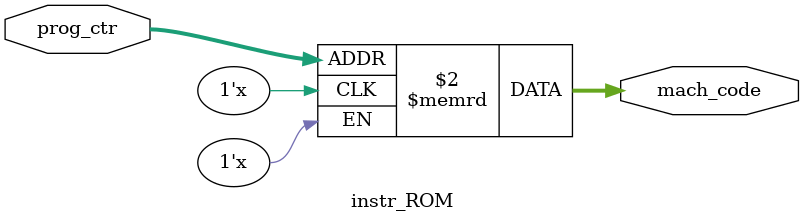
<source format=sv>
module instr_ROM #(parameter D=10)(
  input       [D-1:0] prog_ctr,    // prog_ctr	  address pointer
  output logic[8:0] mach_code);

  logic[8:0] core[2**D];
  // initial							    // load the program
  //$readmemb("machine1No.txt",core);

  always_comb   mach_code = core[prog_ctr];

endmodule


/*
sample mach_code.txt:

001111110		 // ADD r0 r1 r0
001100110
001111010
111011110
101111110
001101110
001000010
111011110
*/
</source>
